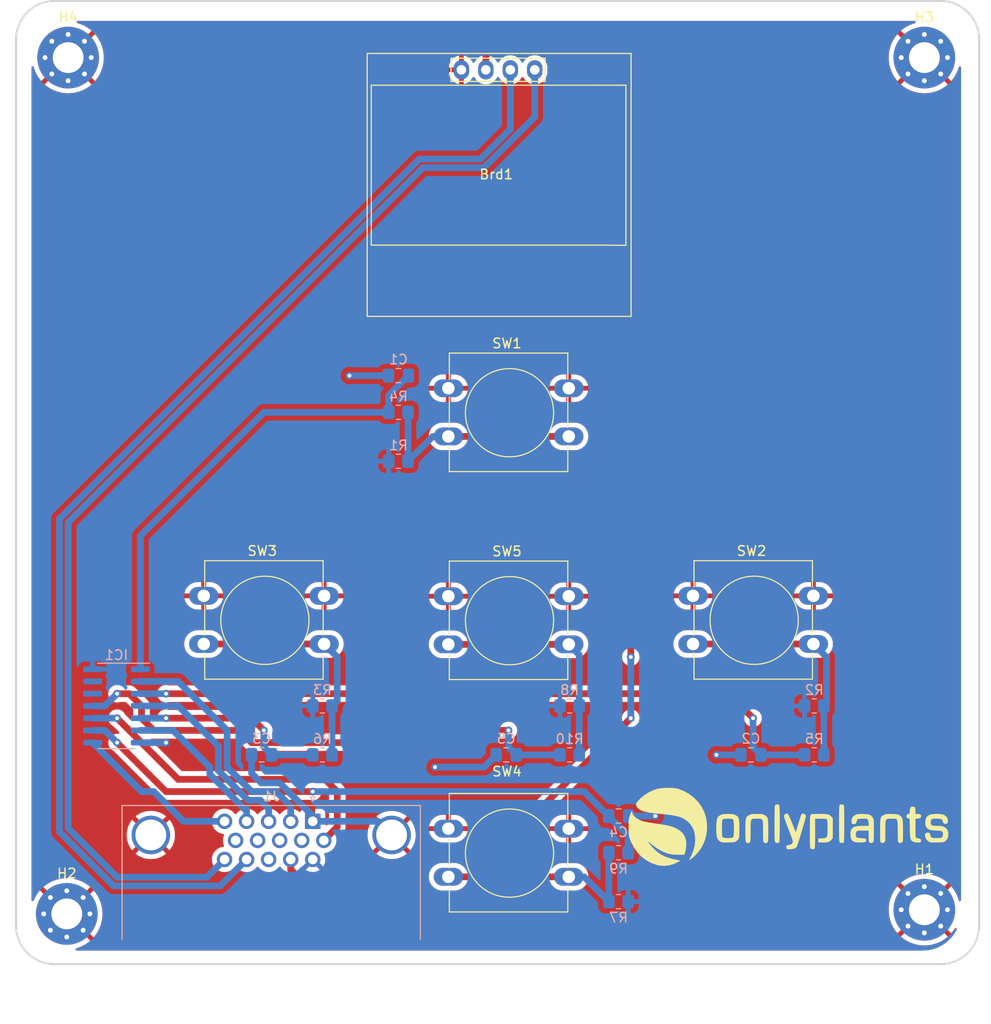
<source format=kicad_pcb>
(kicad_pcb (version 20221018) (generator pcbnew)
  (layers (0 "F.Cu" signal) (31 "B.Cu" signal) (34 "B.Paste" user) (35 "F.Paste" user) (36 "B.SilkS" user "B.Silkscreen") (37 "F.SilkS" user "F.Silkscreen") (38 "B.Mask" user) (39 "F.Mask" user) (44 "Edge.Cuts" user))
  (net 0 "")
  (net 1 "/SDA")
  (net 2 "/SCL")
  (net 3 "GNDREF")
  (net 4 "+5V")
  (net 5 "/IN_SW4")
  (net 6 "/OUT_SW1")
  (net 7 "/OUT_SW2")
  (net 8 "/OUT_SW3")
  (net 9 "/OUT_SW5")
  (net 10 "Net-(R1-Pad1)")
  (net 11 "Net-(R2-Pad1)")
  (net 12 "Net-(R3-Pad1)")
  (net 13 "Net-(R7-Pad1)")
  (net 14 "Net-(R10-Pad1)")
  (net 15 "/OUT_SW4")
  (net 16 "+3.3V")
  (net 19 "/IN_SW1")
  (net 20 "/IN_SW2")
  (net 21 "/IN_SW3")
  (net 22 "/IN_SW5")
  (footprint "MountingHole:MountingHole_3.2mm_M3_Pad_Via" (layer "F.Cu") (at 105.27 144.78)
    (fp_text reference "H2" (at 0 -4.2) (layer "F.SilkS"))
    (fp_text value "MountingHole_Pad")
    (pad "1" thru_hole circle (at -2.4 0) (size 0.8 0.8) (drill 0.5) (layers "*.Cu" "*.Mask") (net 3 "GNDREF"))
    (pad "1" thru_hole circle (at -1.697056 -1.697056) (size 0.8 0.8) (drill 0.5) (layers "*.Cu" "*.Mask") (net 3 "GNDREF"))
    (pad "1" thru_hole circle (at -1.697056 1.697056) (size 0.8 0.8) (drill 0.5) (layers "*.Cu" "*.Mask") (net 3 "GNDREF"))
    (pad "1" thru_hole circle (at 0 -2.4) (size 0.8 0.8) (drill 0.5) (layers "*.Cu" "*.Mask") (net 3 "GNDREF"))
    (pad "1" thru_hole circle (at 0 0) (size 6.4 6.4) (drill 3.2) (layers "*.Cu" "*.Mask") (net 3 "GNDREF"))
    (pad "1" thru_hole circle (at 0 2.4) (size 0.8 0.8) (drill 0.5) (layers "*.Cu" "*.Mask") (net 3 "GNDREF"))
    (pad "1" thru_hole circle (at 1.697056 -1.697056) (size 0.8 0.8) (drill 0.5) (layers "*.Cu" "*.Mask") (net 3 "GNDREF"))
    (pad "1" thru_hole circle (at 1.697056 1.697056) (size 0.8 0.8) (drill 0.5) (layers "*.Cu" "*.Mask") (net 3 "GNDREF"))
    (pad "1" thru_hole circle (at 2.4 0) (size 0.8 0.8) (drill 0.5) (layers "*.Cu" "*.Mask") (net 3 "GNDREF"))
  )
  (footprint "MountingHole:MountingHole_3.2mm_M3_Pad_Via" (layer "F.Cu") (at 105.41 55.88)
    (fp_text reference "H4" (at 0 -4.2) (layer "F.SilkS"))
    (fp_text value "MountingHole_Pad")
    (pad "1" thru_hole circle (at -2.4 0) (size 0.8 0.8) (drill 0.5) (layers "*.Cu" "*.Mask") (net 3 "GNDREF"))
    (pad "1" thru_hole circle (at -1.697056 -1.697056) (size 0.8 0.8) (drill 0.5) (layers "*.Cu" "*.Mask") (net 3 "GNDREF"))
    (pad "1" thru_hole circle (at -1.697056 1.697056) (size 0.8 0.8) (drill 0.5) (layers "*.Cu" "*.Mask") (net 3 "GNDREF"))
    (pad "1" thru_hole circle (at 0 -2.4) (size 0.8 0.8) (drill 0.5) (layers "*.Cu" "*.Mask") (net 3 "GNDREF"))
    (pad "1" thru_hole circle (at 0 0) (size 6.4 6.4) (drill 3.2) (layers "*.Cu" "*.Mask") (net 3 "GNDREF"))
    (pad "1" thru_hole circle (at 0 2.4) (size 0.8 0.8) (drill 0.5) (layers "*.Cu" "*.Mask") (net 3 "GNDREF"))
    (pad "1" thru_hole circle (at 1.697056 -1.697056) (size 0.8 0.8) (drill 0.5) (layers "*.Cu" "*.Mask") (net 3 "GNDREF"))
    (pad "1" thru_hole circle (at 1.697056 1.697056) (size 0.8 0.8) (drill 0.5) (layers "*.Cu" "*.Mask") (net 3 "GNDREF"))
    (pad "1" thru_hole circle (at 2.4 0) (size 0.8 0.8) (drill 0.5) (layers "*.Cu" "*.Mask") (net 3 "GNDREF"))
  )
  (footprint "greenhouse_project_screen:logo" (layer "F.Cu") (at 180.34 135.89)
    (fp_text reference "G***")
    (fp_text value "LOGO" hide)
  )
  (footprint "Button_Switch_THT:SW_PUSH-12mm" (layer "F.Cu") (at 144.89 111.8)
    (fp_text reference "SW5" (at 6.08 -4.66) (layer "F.SilkS"))
    (fp_text value "SW_Push")
    (pad "1" thru_hole oval (at 0 0) (size 3.048 1.85) (drill 1.3) (layers "*.Cu" "*.Mask") (net 3 "GNDREF"))
    (pad "1" thru_hole oval (at 12.5 0) (size 3.048 1.85) (drill 1.3) (layers "*.Cu" "*.Mask") (net 3 "GNDREF"))
    (pad "2" thru_hole oval (at 0 5) (size 3.048 1.85) (drill 1.3) (layers "*.Cu" "*.Mask") (net 14 "Net-(R10-Pad1)"))
    (pad "2" thru_hole oval (at 12.5 5) (size 3.048 1.85) (drill 1.3) (layers "*.Cu" "*.Mask") (net 14 "Net-(R10-Pad1)"))
  )
  (footprint "Button_Switch_THT:SW_PUSH-12mm" (layer "F.Cu") (at 170.29 111.76)
    (fp_text reference "SW2" (at 6.08 -4.66) (layer "F.SilkS"))
    (fp_text value "SW_Push")
    (pad "1" thru_hole oval (at 0 0) (size 3.048 1.85) (drill 1.3) (layers "*.Cu" "*.Mask") (net 3 "GNDREF"))
    (pad "1" thru_hole oval (at 12.5 0) (size 3.048 1.85) (drill 1.3) (layers "*.Cu" "*.Mask") (net 3 "GNDREF"))
    (pad "2" thru_hole oval (at 0 5) (size 3.048 1.85) (drill 1.3) (layers "*.Cu" "*.Mask") (net 11 "Net-(R2-Pad1)"))
    (pad "2" thru_hole oval (at 12.5 5) (size 3.048 1.85) (drill 1.3) (layers "*.Cu" "*.Mask") (net 11 "Net-(R2-Pad1)"))
  )
  (footprint "ssd1306:128x64OLED" (layer "F.Cu") (at 149.86 67.75)
    (fp_text reference "Brd1" (at 0 0.254) (layer "F.SilkS"))
    (fp_text value "SSD1306")
    (pad "1" thru_hole oval (at -3.62 -10.6 90) (size 2 1.6) (drill 1) (layers "*.Cu" "*.Mask") (net 3 "GNDREF"))
    (pad "2" thru_hole oval (at -1.08 -10.6 90) (size 2 1.6) (drill 1) (layers "*.Cu" "*.Mask") (net 4 "+5V"))
    (pad "3" thru_hole oval (at 1.46 -10.6 90) (size 2 1.6) (drill 1) (layers "*.Cu" "*.Mask") (net 2 "/SCL"))
    (pad "4" thru_hole oval (at 4 -10.6 90) (size 2 1.6) (drill 1) (layers "*.Cu" "*.Mask") (net 1 "/SDA"))
  )
  (footprint "Button_Switch_THT:SW_PUSH-12mm" (layer "F.Cu") (at 119.49 111.76)
    (fp_text reference "SW3" (at 6.08 -4.66) (layer "F.SilkS"))
    (fp_text value "SW_Push")
    (pad "1" thru_hole oval (at 0 0) (size 3.048 1.85) (drill 1.3) (layers "*.Cu" "*.Mask") (net 3 "GNDREF"))
    (pad "1" thru_hole oval (at 12.5 0) (size 3.048 1.85) (drill 1.3) (layers "*.Cu" "*.Mask") (net 3 "GNDREF"))
    (pad "2" thru_hole oval (at 0 5) (size 3.048 1.85) (drill 1.3) (layers "*.Cu" "*.Mask") (net 12 "Net-(R3-Pad1)"))
    (pad "2" thru_hole oval (at 12.5 5) (size 3.048 1.85) (drill 1.3) (layers "*.Cu" "*.Mask") (net 12 "Net-(R3-Pad1)"))
  )
  (footprint "Button_Switch_THT:SW_PUSH-12mm" (layer "F.Cu") (at 144.89 135.93)
    (fp_text reference "SW4" (at 6.08 -5.93) (layer "F.SilkS"))
    (fp_text value "SW_Push")
    (pad "1" thru_hole oval (at 0 0) (size 3.048 1.85) (drill 1.3) (layers "*.Cu" "*.Mask") (net 3 "GNDREF"))
    (pad "1" thru_hole oval (at 12.5 0) (size 3.048 1.85) (drill 1.3) (layers "*.Cu" "*.Mask") (net 3 "GNDREF"))
    (pad "2" thru_hole oval (at 0 5) (size 3.048 1.85) (drill 1.3) (layers "*.Cu" "*.Mask") (net 13 "Net-(R7-Pad1)"))
    (pad "2" thru_hole oval (at 12.5 5) (size 3.048 1.85) (drill 1.3) (layers "*.Cu" "*.Mask") (net 13 "Net-(R7-Pad1)"))
  )
  (footprint "MountingHole:MountingHole_3.2mm_M3_Pad_Via" (layer "F.Cu") (at 194.31 144.352944)
    (fp_text reference "H1" (at 0 -4.2) (layer "F.SilkS"))
    (fp_text value "MountingHole_Pad")
    (pad "1" thru_hole circle (at -2.4 0) (size 0.8 0.8) (drill 0.5) (layers "*.Cu" "*.Mask") (net 3 "GNDREF"))
    (pad "1" thru_hole circle (at -1.697056 -1.697056) (size 0.8 0.8) (drill 0.5) (layers "*.Cu" "*.Mask") (net 3 "GNDREF"))
    (pad "1" thru_hole circle (at -1.697056 1.697056) (size 0.8 0.8) (drill 0.5) (layers "*.Cu" "*.Mask") (net 3 "GNDREF"))
    (pad "1" thru_hole circle (at 0 -2.4) (size 0.8 0.8) (drill 0.5) (layers "*.Cu" "*.Mask") (net 3 "GNDREF"))
    (pad "1" thru_hole circle (at 0 0) (size 6.4 6.4) (drill 3.2) (layers "*.Cu" "*.Mask") (net 3 "GNDREF"))
    (pad "1" thru_hole circle (at 0 2.4) (size 0.8 0.8) (drill 0.5) (layers "*.Cu" "*.Mask") (net 3 "GNDREF"))
    (pad "1" thru_hole circle (at 1.697056 -1.697056) (size 0.8 0.8) (drill 0.5) (layers "*.Cu" "*.Mask") (net 3 "GNDREF"))
    (pad "1" thru_hole circle (at 1.697056 1.697056) (size 0.8 0.8) (drill 0.5) (layers "*.Cu" "*.Mask") (net 3 "GNDREF"))
    (pad "1" thru_hole circle (at 2.4 0) (size 0.8 0.8) (drill 0.5) (layers "*.Cu" "*.Mask") (net 3 "GNDREF"))
  )
  (footprint "MountingHole:MountingHole_3.2mm_M3_Pad_Via" (layer "F.Cu") (at 194.31 55.88)
    (fp_text reference "H3" (at 0 -4.2) (layer "F.SilkS"))
    (fp_text value "MountingHole_Pad")
    (pad "1" thru_hole circle (at -2.4 0) (size 0.8 0.8) (drill 0.5) (layers "*.Cu" "*.Mask") (net 3 "GNDREF"))
    (pad "1" thru_hole circle (at -1.697056 -1.697056) (size 0.8 0.8) (drill 0.5) (layers "*.Cu" "*.Mask") (net 3 "GNDREF"))
    (pad "1" thru_hole circle (at -1.697056 1.697056) (size 0.8 0.8) (drill 0.5) (layers "*.Cu" "*.Mask") (net 3 "GNDREF"))
    (pad "1" thru_hole circle (at 0 -2.4) (size 0.8 0.8) (drill 0.5) (layers "*.Cu" "*.Mask") (net 3 "GNDREF"))
    (pad "1" thru_hole circle (at 0 0) (size 6.4 6.4) (drill 3.2) (layers "*.Cu" "*.Mask") (net 3 "GNDREF"))
    (pad "1" thru_hole circle (at 0 2.4) (size 0.8 0.8) (drill 0.5) (layers "*.Cu" "*.Mask") (net 3 "GNDREF"))
    (pad "1" thru_hole circle (at 1.697056 -1.697056) (size 0.8 0.8) (drill 0.5) (layers "*.Cu" "*.Mask") (net 3 "GNDREF"))
    (pad "1" thru_hole circle (at 1.697056 1.697056) (size 0.8 0.8) (drill 0.5) (layers "*.Cu" "*.Mask") (net 3 "GNDREF"))
    (pad "1" thru_hole circle (at 2.4 0) (size 0.8 0.8) (drill 0.5) (layers "*.Cu" "*.Mask") (net 3 "GNDREF"))
  )
  (footprint "Button_Switch_THT:SW_PUSH-12mm" (layer "F.Cu") (at 144.89 90.21)
    (fp_text reference "SW1" (at 6.08 -4.66) (layer "F.SilkS"))
    (fp_text value "SW_Push")
    (pad "1" thru_hole oval (at 0 0) (size 3.048 1.85) (drill 1.3) (layers "*.Cu" "*.Mask") (net 3 "GNDREF"))
    (pad "1" thru_hole oval (at 12.5 0) (size 3.048 1.85) (drill 1.3) (layers "*.Cu" "*.Mask") (net 3 "GNDREF"))
    (pad "2" thru_hole oval (at 0 5) (size 3.048 1.85) (drill 1.3) (layers "*.Cu" "*.Mask") (net 10 "Net-(R1-Pad1)"))
    (pad "2" thru_hole oval (at 12.5 5) (size 3.048 1.85) (drill 1.3) (layers "*.Cu" "*.Mask") (net 10 "Net-(R1-Pad1)"))
  )
  (footprint "Resistor_SMD:R_0805_2012Metric_Pad1.20x1.40mm_HandSolder" (layer "B.Cu") (at 182.88 128.27 180)
    (fp_text reference "R5" (at 0 1.65) (layer "B.SilkS") (effects (justify mirror)))
    (fp_text value "R")
    (pad "1" smd roundrect (at -1 0 180) (size 1.2 1.4) (layers "B.Cu" "B.Paste" "B.Mask") (roundrect_rratio 0.208333) (net 11 "Net-(R2-Pad1)"))
    (pad "2" smd roundrect (at 1 0 180) (size 1.2 1.4) (layers "B.Cu" "B.Paste" "B.Mask") (roundrect_rratio 0.208333) (net 20 "/IN_SW2"))
  )
  (footprint "Resistor_SMD:R_0805_2012Metric_Pad1.20x1.40mm_HandSolder" (layer "B.Cu") (at 157.48 128.27 180)
    (fp_text reference "R10" (at 0 1.65) (layer "B.SilkS") (effects (justify mirror)))
    (fp_text value "R")
    (pad "1" smd roundrect (at -1 0 180) (size 1.2 1.4) (layers "B.Cu" "B.Paste" "B.Mask") (roundrect_rratio 0.208333) (net 14 "Net-(R10-Pad1)"))
    (pad "2" smd roundrect (at 1 0 180) (size 1.2 1.4) (layers "B.Cu" "B.Paste" "B.Mask") (roundrect_rratio 0.208333) (net 22 "/IN_SW5"))
  )
  (footprint "Connector_Dsub:DSUB-15-HD_Male_Horizontal_P2.29x1.98mm_EdgePinOffset8.35mm_Housed_MountingHolesOffset10.89mm" (layer "B.Cu") (at 130.81 135.169669 180)
    (fp_text reference "J1" (at 4.315 2.58) (layer "B.SilkS") (effects (justify mirror)))
    (fp_text value "DE15_Receptacle_HighDensity_MountingHoles")
    (pad "0" thru_hole circle (at -8.185 -1.42 180) (size 4 4) (drill 3.2) (layers "*.Cu" "*.Mask") (net 3 "GNDREF"))
    (pad "0" thru_hole circle (at 16.815 -1.42 180) (size 4 4) (drill 3.2) (layers "*.Cu" "*.Mask") (net 3 "GNDREF"))
    (pad "1" thru_hole rect (at 0 0 180) (size 1.6 1.6) (drill 1) (layers "*.Cu" "*.Mask") (net 3 "GNDREF"))
    (pad "2" thru_hole circle (at 2.29 0 180) (size 1.6 1.6) (drill 1) (layers "*.Cu" "*.Mask") (net 6 "/OUT_SW1"))
    (pad "3" thru_hole circle (at 4.58 0 180) (size 1.6 1.6) (drill 1) (layers "*.Cu" "*.Mask") (net 7 "/OUT_SW2"))
    (pad "4" thru_hole circle (at 6.87 0 180) (size 1.6 1.6) (drill 1) (layers "*.Cu" "*.Mask") (net 8 "/OUT_SW3"))
    (pad "5" thru_hole circle (at 9.16 0 180) (size 1.6 1.6) (drill 1) (layers "*.Cu" "*.Mask") (net 15 "/OUT_SW4"))
    (pad "6" thru_hole circle (at -1.145 -1.98 180) (size 1.6 1.6) (drill 1) (layers "*.Cu" "*.Mask") (net 9 "/OUT_SW5"))
    (pad "7" thru_hole circle (at 1.145 -1.98 180) (size 1.6 1.6) (drill 1) (layers "*.Cu" "*.Mask"))
    (pad "8" thru_hole circle (at 3.435 -1.98 180) (size 1.6 1.6) (drill 1) (layers "*.Cu" "*.Mask"))
    (pad "9" thru_hole circle (at 5.725 -1.98 180) (size 1.6 1.6) (drill 1) (layers "*.Cu" "*.Mask"))
    (pad "10" thru_hole circle (at 8.015 -1.98 180) (size 1.6 1.6) (drill 1) (layers "*.Cu" "*.Mask"))
    (pad "11" thru_hole circle (at 0 -3.96 180) (size 1.6 1.6) (drill 1) (layers "*.Cu" "*.Mask") (net 16 "+3.3V"))
    (pad "12" thru_hole circle (at 2.29 -3.96 180) (size 1.6 1.6) (drill 1) (layers "*.Cu" "*.Mask") (net 4 "+5V"))
    (pad "13" thru_hole circle (at 4.58 -3.96 180) (size 1.6 1.6) (drill 1) (layers "*.Cu" "*.Mask"))
    (pad "14" thru_hole circle (at 6.87 -3.96 180) (size 1.6 1.6) (drill 1) (layers "*.Cu" "*.Mask") (net 2 "/SCL"))
    (pad "15" thru_hole circle (at 9.16 -3.96 180) (size 1.6 1.6) (drill 1) (layers "*.Cu" "*.Mask") (net 1 "/SDA"))
  )
  (footprint "Resistor_SMD:R_0805_2012Metric_Pad1.20x1.40mm_HandSolder" (layer "B.Cu") (at 139.7 92.71 180)
    (fp_text reference "R4" (at 0 1.65) (layer "B.SilkS") (effects (justify mirror)))
    (fp_text value "R")
    (pad "1" smd roundrect (at -1 0 180) (size 1.2 1.4) (layers "B.Cu" "B.Paste" "B.Mask") (roundrect_rratio 0.208333) (net 10 "Net-(R1-Pad1)"))
    (pad "2" smd roundrect (at 1 0 180) (size 1.2 1.4) (layers "B.Cu" "B.Paste" "B.Mask") (roundrect_rratio 0.208333) (net 19 "/IN_SW1"))
  )
  (footprint "Package_SO:SOIC-14_3.9x8.7mm_P1.27mm" (layer "B.Cu") (at 110.425 123.19 180)
    (fp_text reference "IC1" (at 0 5.28) (layer "B.SilkS") (effects (justify mirror)))
    (fp_text value "CD74HC14M96")
    (pad "1" smd roundrect (at -2.475 3.81 180) (size 1.95 0.6) (layers "B.Cu" "B.Paste" "B.Mask") (net 19 "/IN_SW1"))
    (pad "2" smd roundrect (at -2.475 2.54 180) (size 1.95 0.6) (layers "B.Cu" "B.Paste" "B.Mask") (net 6 "/OUT_SW1"))
    (pad "3" smd roundrect (at -2.475 1.27 180) (size 1.95 0.6) (layers "B.Cu" "B.Paste" "B.Mask") (net 20 "/IN_SW2"))
    (pad "4" smd roundrect (at -2.475 0 180) (size 1.95 0.6) (layers "B.Cu" "B.Paste" "B.Mask") (net 7 "/OUT_SW2"))
    (pad "5" smd roundrect (at -2.475 -1.27 180) (size 1.95 0.6) (layers "B.Cu" "B.Paste" "B.Mask") (net 21 "/IN_SW3"))
    (pad "6" smd roundrect (at -2.475 -2.54 180) (size 1.95 0.6) (layers "B.Cu" "B.Paste" "B.Mask") (net 8 "/OUT_SW3"))
    (pad "7" smd roundrect (at -2.475 -3.81 180) (size 1.95 0.6) (layers "B.Cu" "B.Paste" "B.Mask") (net 3 "GNDREF"))
    (pad "8" smd roundrect (at 2.475 -3.81 180) (size 1.95 0.6) (layers "B.Cu" "B.Paste" "B.Mask") (net 15 "/OUT_SW4"))
    (pad "9" smd roundrect (at 2.475 -2.54 180) (size 1.95 0.6) (layers "B.Cu" "B.Paste" "B.Mask") (net 5 "/IN_SW4"))
    (pad "10" smd roundrect (at 2.475 -1.27 180) (size 1.95 0.6) (layers "B.Cu" "B.Paste" "B.Mask") (net 9 "/OUT_SW5"))
    (pad "11" smd roundrect (at 2.475 0 180) (size 1.95 0.6) (layers "B.Cu" "B.Paste" "B.Mask") (net 22 "/IN_SW5"))
    (pad "12" smd roundrect (at 2.475 1.27 180) (size 1.95 0.6) (layers "B.Cu" "B.Paste" "B.Mask"))
    (pad "13" smd roundrect (at 2.475 2.54 180) (size 1.95 0.6) (layers "B.Cu" "B.Paste" "B.Mask"))
    (pad "14" smd roundrect (at 2.475 3.81 180) (size 1.95 0.6) (layers "B.Cu" "B.Paste" "B.Mask") (net 16 "+3.3V"))
  )
  (footprint "Resistor_SMD:R_0805_2012Metric_Pad1.20x1.40mm_HandSolder" (layer "B.Cu") (at 162.56 138.43)
    (fp_text reference "R9" (at 0 1.65) (layer "B.SilkS") (effects (justify mirror)))
    (fp_text value "R")
    (pad "1" smd roundrect (at -1 0) (size 1.2 1.4) (layers "B.Cu" "B.Paste" "B.Mask") (roundrect_rratio 0.208333) (net 13 "Net-(R7-Pad1)"))
    (pad "2" smd roundrect (at 1 0) (size 1.2 1.4) (layers "B.Cu" "B.Paste" "B.Mask") (roundrect_rratio 0.208333) (net 5 "/IN_SW4"))
  )
  (footprint "Capacitor_SMD:C_0805_2012Metric_Pad1.18x1.45mm_HandSolder" (layer "B.Cu") (at 150.8975 128.27 180)
    (fp_text reference "C5" (at 0 1.68) (layer "B.SilkS") (effects (justify mirror)))
    (fp_text value "C")
    (pad "1" smd roundrect (at -1.0375 0 180) (size 1.175 1.45) (layers "B.Cu" "B.Paste" "B.Mask") (roundrect_rratio 0.212766) (net 22 "/IN_SW5"))
    (pad "2" smd roundrect (at 1.0375 0 180) (size 1.175 1.45) (layers "B.Cu" "B.Paste" "B.Mask") (roundrect_rratio 0.212766) (net 3 "GNDREF"))
  )
  (footprint "Resistor_SMD:R_0805_2012Metric_Pad1.20x1.40mm_HandSolder" (layer "B.Cu") (at 162.56 143.51)
    (fp_text reference "R7" (at 0 1.65) (layer "B.SilkS") (effects (justify mirror)))
    (fp_text value "R")
    (pad "1" smd roundrect (at -1 0) (size 1.2 1.4) (layers "B.Cu" "B.Paste" "B.Mask") (roundrect_rratio 0.208333) (net 13 "Net-(R7-Pad1)"))
    (pad "2" smd roundrect (at 1 0) (size 1.2 1.4) (layers "B.Cu" "B.Paste" "B.Mask") (roundrect_rratio 0.208333) (net 16 "+3.3V"))
  )
  (footprint "Capacitor_SMD:C_0805_2012Metric_Pad1.18x1.45mm_HandSolder" (layer "B.Cu") (at 125.4975 128.27 180)
    (fp_text reference "C3" (at 0 1.68) (layer "B.SilkS") (effects (justify mirror)))
    (fp_text value "C")
    (pad "1" smd roundrect (at -1.0375 0 180) (size 1.175 1.45) (layers "B.Cu" "B.Paste" "B.Mask") (roundrect_rratio 0.212766) (net 21 "/IN_SW3"))
    (pad "2" smd roundrect (at 1.0375 0 180) (size 1.175 1.45) (layers "B.Cu" "B.Paste" "B.Mask") (roundrect_rratio 0.212766) (net 3 "GNDREF"))
  )
  (footprint "Resistor_SMD:R_0805_2012Metric_Pad1.20x1.40mm_HandSolder" (layer "B.Cu") (at 157.48 123.19 180)
    (fp_text reference "R8" (at 0 1.65) (layer "B.SilkS") (effects (justify mirror)))
    (fp_text value "R")
    (pad "1" smd roundrect (at -1 0 180) (size 1.2 1.4) (layers "B.Cu" "B.Paste" "B.Mask") (roundrect_rratio 0.208333) (net 14 "Net-(R10-Pad1)"))
    (pad "2" smd roundrect (at 1 0 180) (size 1.2 1.4) (layers "B.Cu" "B.Paste" "B.Mask") (roundrect_rratio 0.208333) (net 16 "+3.3V"))
  )
  (footprint "Resistor_SMD:R_0805_2012Metric_Pad1.20x1.40mm_HandSolder" (layer "B.Cu") (at 139.7 97.79 180)
    (fp_text reference "R1" (at 0 1.65) (layer "B.SilkS") (effects (justify mirror)))
    (fp_text value "R")
    (pad "1" smd roundrect (at -1 0 180) (size 1.2 1.4) (layers "B.Cu" "B.Paste" "B.Mask") (roundrect_rratio 0.208333) (net 10 "Net-(R1-Pad1)"))
    (pad "2" smd roundrect (at 1 0 180) (size 1.2 1.4) (layers "B.Cu" "B.Paste" "B.Mask") (roundrect_rratio 0.208333) (net 16 "+3.3V"))
  )
  (footprint "Capacitor_SMD:C_0805_2012Metric_Pad1.18x1.45mm_HandSolder" (layer "B.Cu") (at 139.7 88.9 180)
    (fp_text reference "C1" (at 0 1.68) (layer "B.SilkS") (effects (justify mirror)))
    (fp_text value "C")
    (pad "1" smd roundrect (at -1.0375 0 180) (size 1.175 1.45) (layers "B.Cu" "B.Paste" "B.Mask") (roundrect_rratio 0.212766) (net 19 "/IN_SW1"))
    (pad "2" smd roundrect (at 1.0375 0 180) (size 1.175 1.45) (layers "B.Cu" "B.Paste" "B.Mask") (roundrect_rratio 0.212766) (net 3 "GNDREF"))
  )
  (footprint "Resistor_SMD:R_0805_2012Metric_Pad1.20x1.40mm_HandSolder" (layer "B.Cu") (at 131.81 128.27 180)
    (fp_text reference "R6" (at 0 1.65) (layer "B.SilkS") (effects (justify mirror)))
    (fp_text value "R")
    (pad "1" smd roundrect (at -1 0 180) (size 1.2 1.4) (layers "B.Cu" "B.Paste" "B.Mask") (roundrect_rratio 0.208333) (net 12 "Net-(R3-Pad1)"))
    (pad "2" smd roundrect (at 1 0 180) (size 1.2 1.4) (layers "B.Cu" "B.Paste" "B.Mask") (roundrect_rratio 0.208333) (net 21 "/IN_SW3"))
  )
  (footprint "Capacitor_SMD:C_0805_2012Metric_Pad1.18x1.45mm_HandSolder" (layer "B.Cu") (at 176.2975 128.27 180)
    (fp_text reference "C2" (at 0 1.68) (layer "B.SilkS") (effects (justify mirror)))
    (fp_text value "C")
    (pad "1" smd roundrect (at -1.0375 0 180) (size 1.175 1.45) (layers "B.Cu" "B.Paste" "B.Mask") (roundrect_rratio 0.212766) (net 20 "/IN_SW2"))
    (pad "2" smd roundrect (at 1.0375 0 180) (size 1.175 1.45) (layers "B.Cu" "B.Paste" "B.Mask") (roundrect_rratio 0.212766) (net 3 "GNDREF"))
  )
  (footprint "Capacitor_SMD:C_0805_2012Metric_Pad1.18x1.45mm_HandSolder" (layer "B.Cu") (at 162.56 134.62)
    (fp_text reference "C4" (at 0 1.68) (layer "B.SilkS") (effects (justify mirror)))
    (fp_text value "C")
    (pad "1" smd roundrect (at -1.0375 0) (size 1.175 1.45) (layers "B.Cu" "B.Paste" "B.Mask") (roundrect_rratio 0.212766) (net 5 "/IN_SW4"))
    (pad "2" smd roundrect (at 1.0375 0) (size 1.175 1.45) (layers "B.Cu" "B.Paste" "B.Mask") (roundrect_rratio 0.212766) (net 3 "GNDREF"))
  )
  (footprint "Resistor_SMD:R_0805_2012Metric_Pad1.20x1.40mm_HandSolder" (layer "B.Cu") (at 182.88 123.19 180)
    (fp_text reference "R2" (at 0 1.65) (layer "B.SilkS") (effects (justify mirror)))
    (fp_text value "R")
    (pad "1" smd roundrect (at -1 0 180) (size 1.2 1.4) (layers "B.Cu" "B.Paste" "B.Mask") (roundrect_rratio 0.208333) (net 11 "Net-(R2-Pad1)"))
    (pad "2" smd roundrect (at 1 0 180) (size 1.2 1.4) (layers "B.Cu" "B.Paste" "B.Mask") (roundrect_rratio 0.208333) (net 16 "+3.3V"))
  )
  (footprint "Resistor_SMD:R_0805_2012Metric_Pad1.20x1.40mm_HandSolder" (layer "B.Cu") (at 131.81 123.19 180)
    (fp_text reference "R3" (at 0 1.65) (layer "B.SilkS") (effects (justify mirror)))
    (fp_text value "R")
    (pad "1" smd roundrect (at -1 0 180) (size 1.2 1.4) (layers "B.Cu" "B.Paste" "B.Mask") (roundrect_rratio 0.208333) (net 12 "Net-(R3-Pad1)"))
    (pad "2" smd roundrect (at 1 0 180) (size 1.2 1.4) (layers "B.Cu" "B.Paste" "B.Mask") (roundrect_rratio 0.208333) (net 16 "+3.3V"))
  )
  (gr_arc (start 196 50) (mid 198.828427 51.171573) (end 200 54) (stroke (width 0.2)) (layer "Edge.Cuts"))
  (gr_arc (start 104 150) (mid 101.171573 148.828427) (end 100 146) (stroke (width 0.2)) (layer "Edge.Cuts"))
  (gr_line (start 104 50) (end 196 50) (stroke (width 0.2)) (layer "Edge.Cuts"))
  (gr_arc (start 200 146) (mid 198.828427 148.828427) (end 196 150) (stroke (width 0.2)) (layer "Edge.Cuts"))
  (gr_arc (start 100 54) (mid 101.171573 51.171573) (end 104 50) (stroke (width 0.2)) (layer "Edge.Cuts"))
  (gr_line (start 100 146) (end 100 54) (stroke (width 0.2)) (layer "Edge.Cuts"))
  (gr_line (start 200 54) (end 200 146) (stroke (width 0.2)) (layer "Edge.Cuts"))
  (gr_line (start 196 150) (end 104 150) (stroke (width 0.2)) (layer "Edge.Cuts"))
  (segment (start 110.49 140.97) (end 105.41 135.89) (width 0.7) (layer "B.Cu") (net 1))
  (segment (start 148.59 67.31) (end 153.86 62.04) (width 0.7) (layer "B.Cu") (net 1))
  (segment (start 142.24 67.31) (end 148.59 67.31) (width 0.7) (layer "B.Cu") (net 1))
  (segment (start 105.41 104.14) (end 142.24 67.31) (width 0.7) (layer "B.Cu") (net 1))
  (segment (start 119.809669 140.97) (end 110.49 140.97) (width 0.7) (layer "B.Cu") (net 1))
  (segment (start 153.86 62.04) (end 153.86 57.15) (width 0.7) (layer "B.Cu") (net 1))
  (segment (start 121.65 139.129669) (end 119.809669 140.97) (width 0.7) (layer "B.Cu") (net 1))
  (segment (start 105.41 135.89) (end 105.41 104.14) (width 0.7) (layer "B.Cu") (net 1))
  (segment (start 110.117208 141.87) (end 104.51 136.262792) (width 0.7) (layer "B.Cu") (net 2))
  (segment (start 121.199669 141.87) (end 110.117208 141.87) (width 0.7) (layer "B.Cu") (net 2))
  (segment (start 148.217208 66.41) (end 151.32 63.307208) (width 0.7) (layer "B.Cu") (net 2))
  (segment (start 104.51 103.767208) (end 141.867208 66.41) (width 0.7) (layer "B.Cu") (net 2))
  (segment (start 151.32 63.307208) (end 151.32 57.15) (width 0.7) (layer "B.Cu") (net 2))
  (segment (start 123.94 139.129669) (end 121.199669 141.87) (width 0.7) (layer "B.Cu") (net 2))
  (segment (start 141.867208 66.41) (end 148.217208 66.41) (width 0.7) (layer "B.Cu") (net 2))
  (segment (start 104.51 136.262792) (end 104.51 103.767208) (width 0.7) (layer "B.Cu") (net 2))
  (via (at 166.37 134.62) (size 0.8) (drill 0.4) (layers "F.Cu" "B.Cu") (net 3))
  (via (at 172.72 128.27) (size 0.8) (drill 0.4) (layers "F.Cu" "B.Cu") (net 3))
  (via (at 115.57 127) (size 0.8) (drill 0.4) (layers "F.Cu" "B.Cu") (net 3))
  (via (at 134.62 88.9) (size 0.8) (drill 0.4) (layers "F.Cu" "B.Cu") (net 3))
  (via (at 143.51 129.54) (size 0.8) (drill 0.4) (layers "F.Cu" "B.Cu") (net 3))
  (segment (start 137.575 135.169669) (end 138.995 136.589669) (width 0.7) (layer "B.Cu") (net 3))
  (segment (start 148.59 129.54) (end 149.86 128.27) (width 0.7) (layer "B.Cu") (net 3))
  (segment (start 124.46 130.175) (end 124.46 128.27) (width 0.7) (layer "B.Cu") (net 3))
  (segment (start 125.465 131.18) (end 124.46 130.175) (width 0.7) (layer "B.Cu") (net 3))
  (segment (start 115.57 127) (end 112.9 127) (width 0.7) (layer "B.Cu") (net 3))
  (segment (start 129.42 133.227208) (end 127.372792 131.18) (width 0.7) (layer "B.Cu") (net 3))
  (segment (start 130.81 135.169669) (end 130.81 134.62) (width 0.7) (layer "B.Cu") (net 3))
  (segment (start 127.372792 131.18) (end 125.465 131.18) (width 0.7) (layer "B.Cu") (net 3))
  (segment (start 129.42 133.23) (end 129.42 133.227208) (width 0.7) (layer "B.Cu") (net 3))
  (segment (start 138.6625 88.9) (end 134.62 88.9) (width 0.7) (layer "B.Cu") (net 3))
  (segment (start 172.72 128.27) (end 175.26 128.27) (width 0.7) (layer "B.Cu") (net 3))
  (segment (start 143.51 129.54) (end 148.59 129.54) (width 0.7) (layer "B.Cu") (net 3))
  (segment (start 130.81 134.62) (end 129.42 133.23) (width 0.7) (layer "B.Cu") (net 3))
  (segment (start 166.37 134.62) (end 163.5975 134.62) (width 0.7) (layer "B.Cu") (net 3))
  (segment (start 130.81 135.169669) (end 137.575 135.169669) (width 0.7) (layer "B.Cu") (net 3))
  (segment (start 143.51 138.43) (end 139.7 142.24) (width 0.7) (layer "F.Cu") (net 4))
  (segment (start 148.78 55.69) (end 149.86 54.61) (width 0.7) (layer "F.Cu") (net 4))
  (segment (start 149.86 138.43) (end 143.51 138.43) (width 0.7) (layer "F.Cu") (net 4))
  (segment (start 163.83 124.46) (end 149.86 138.43) (width 0.7) (layer "F.Cu") (net 4))
  (segment (start 156.21 54.61) (end 163.83 62.23) (width 0.7) (layer "F.Cu") (net 4))
  (segment (start 163.83 62.23) (end 163.83 118.11) (width 0.7) (layer "F.Cu") (net 4))
  (segment (start 148.78 57.15) (end 148.78 55.69) (width 0.7) (layer "F.Cu") (net 4))
  (segment (start 149.86 54.61) (end 156.21 54.61) (width 0.7) (layer "F.Cu") (net 4))
  (segment (start 139.7 142.24) (end 130.585165 142.24) (width 0.7) (layer "F.Cu") (net 4))
  (segment (start 130.585165 142.24) (end 128.52 140.174835) (width 0.7) (layer "F.Cu") (net 4))
  (segment (start 128.52 140.174835) (end 128.52 139.129669) (width 0.7) (layer "F.Cu") (net 4))
  (via (at 163.83 124.46) (size 0.8) (drill 0.4) (layers "F.Cu" "B.Cu") (net 4))
  (via (at 163.83 118.11) (size 0.8) (drill 0.4) (layers "F.Cu" "B.Cu") (net 4))
  (segment (start 163.83 118.11) (end 163.83 124.46) (width 0.7) (layer "B.Cu") (net 4))
  (segment (start 115.571396 132.081396) (end 130.81 132.08) (width 0.7) (layer "F.Cu") (net 5))
  (segment (start 110.49 127) (end 115.571396 132.081396) (width 0.7) (layer "F.Cu") (net 5))
  (segment (start 130.81 132.08) (end 130.808604 132.081396) (width 0.7) (layer "F.Cu") (net 5))
  (via (at 130.81 132.08) (size 0.8) (drill 0.4) (layers "F.Cu" "B.Cu") (net 5))
  (via (at 110.49 127) (size 0.8) (drill 0.4) (layers "F.Cu" "B.Cu") (net 5))
  (segment (start 130.81 132.08) (end 158.9825 132.08) (width 0.7) (layer "B.Cu") (net 5))
  (segment (start 163.56 138.43) (end 163.56 136.6575) (width 0.7) (layer "B.Cu") (net 5))
  (segment (start 163.56 136.6575) (end 161.5225 134.62) (width 0.7) (layer "B.Cu") (net 5))
  (segment (start 158.9825 132.08) (end 161.5225 134.62) (width 0.7) (layer "B.Cu") (net 5))
  (segment (start 109.22 125.73) (end 110.49 127) (width 0.7) (layer "B.Cu") (net 5))
  (segment (start 107.95 125.73) (end 109.22 125.73) (width 0.7) (layer "B.Cu") (net 5))
  (segment (start 116.84 120.65) (end 121.92 125.73) (width 0.7) (layer "B.Cu") (net 6))
  (segment (start 121.92 129.54) (end 124.46 132.08) (width 0.7) (layer "B.Cu") (net 6))
  (segment (start 121.92 125.73) (end 121.92 129.54) (width 0.7) (layer "B.Cu") (net 6))
  (segment (start 128.52 133.6) (end 128.52 135.169669) (width 0.7) (layer "B.Cu") (net 6))
  (segment (start 127 132.08) (end 128.52 133.6) (width 0.7) (layer "B.Cu") (net 6))
  (segment (start 112.9 120.65) (end 116.84 120.65) (width 0.7) (layer "B.Cu") (net 6))
  (segment (start 124.46 132.08) (end 127 132.08) (width 0.7) (layer "B.Cu") (net 6))
  (segment (start 112.9 123.19) (end 116.84 123.19) (width 0.7) (layer "B.Cu") (net 7))
  (segment (start 125.36 132.98) (end 126.23 133.85) (width 0.7) (layer "B.Cu") (net 7))
  (segment (start 124.087208 132.98) (end 125.36 132.98) (width 0.7) (layer "B.Cu") (net 7))
  (segment (start 126.23 133.85) (end 126.23 135.169669) (width 0.7) (layer "B.Cu") (net 7))
  (segment (start 121.02 127.37) (end 121.02 129.912792) (width 0.7) (layer "B.Cu") (net 7))
  (segment (start 116.84 123.19) (end 121.02 127.37) (width 0.7) (layer "B.Cu") (net 7))
  (segment (start 121.02 129.912792) (end 124.087208 132.98) (width 0.7) (layer "B.Cu") (net 7))
  (segment (start 123.94 133.88) (end 123.94 135.169669) (width 0.7) (layer "B.Cu") (net 8))
  (segment (start 123.714416 133.88) (end 123.94 133.88) (width 0.7) (layer "B.Cu") (net 8))
  (segment (start 112.9 125.73) (end 116.305165 125.73) (width 0.7) (layer "B.Cu") (net 8))
  (segment (start 120.12 129.544835) (end 120.12 130.285584) (width 0.7) (layer "B.Cu") (net 8))
  (segment (start 116.305165 125.73) (end 120.12 129.544835) (width 0.7) (layer "B.Cu") (net 8))
  (segment (start 120.12 130.285584) (end 123.714416 133.88) (width 0.7) (layer "B.Cu") (net 8))
  (segment (start 133.35 132.08) (end 133.35 135.754669) (width 0.7) (layer "F.Cu") (net 9))
  (segment (start 132.08 130.81) (end 133.35 132.08) (width 0.7) (layer "F.Cu") (net 9))
  (segment (start 110.49 124.46) (end 116.84 130.81) (width 0.7) (layer "F.Cu") (net 9))
  (segment (start 116.84 130.81) (end 132.08 130.81) (width 0.7) (layer "F.Cu") (net 9))
  (segment (start 133.35 135.754669) (end 131.955 137.149669) (width 0.7) (layer "F.Cu") (net 9))
  (via (at 110.49 124.46) (size 0.8) (drill 0.4) (layers "F.Cu" "B.Cu") (net 9))
  (segment (start 107.95 124.46) (end 110.49 124.46) (width 0.7) (layer "B.Cu") (net 9))
  (segment (start 144.89 95.21) (end 157.39 95.21) (width 0.7) (layer "F.Cu") (net 10))
  (segment (start 144.89 95.21) (end 143.28 95.21) (width 0.7) (layer "B.Cu") (net 10))
  (segment (start 143.28 95.21) (end 140.7 97.79) (width 0.7) (layer "B.Cu") (net 10))
  (segment (start 140.7 92.71) (end 140.7 97.79) (width 0.7) (layer "B.Cu") (net 10))
  (segment (start 170.29 116.76) (end 182.79 116.76) (width 0.7) (layer "F.Cu") (net 11))
  (segment (start 184.15 118.11) (end 184.15 122.92) (width 0.7) (layer "B.Cu") (net 11))
  (segment (start 182.79 116.76) (end 182.8 116.76) (width 0.7) (layer "B.Cu") (net 11))
  (segment (start 184.15 122.92) (end 183.88 123.19) (width 0.7) (layer "B.Cu") (net 11))
  (segment (start 182.8 116.76) (end 184.15 118.11) (width 0.7) (layer "B.Cu") (net 11))
  (segment (start 183.88 128.27) (end 183.88 123.19) (width 0.7) (layer "B.Cu") (net 11))
  (segment (start 119.49 116.76) (end 131.99 116.76) (width 0.7) (layer "F.Cu") (net 12))
  (segment (start 132.81 123.19) (end 132.81 128.27) (width 0.7) (layer "B.Cu") (net 12))
  (segment (start 131.99 116.76) (end 132 116.76) (width 0.7) (layer "B.Cu") (net 12))
  (segment (start 133.35 118.11) (end 133.35 122.65) (width 0.7) (layer "B.Cu") (net 12))
  (segment (start 133.35 122.65) (end 132.81 123.19) (width 0.7) (layer "B.Cu") (net 12))
  (segment (start 132 116.76) (end 133.35 118.11) (width 0.7) (layer "B.Cu") (net 12))
  (segment (start 144.89 140.93) (end 157.39 140.93) (width 0.7) (layer "F.Cu") (net 13))
  (segment (start 158.98 140.93) (end 161.56 143.51) (width 0.7) (layer "B.Cu") (net 13))
  (segment (start 157.39 140.93) (end 158.98 140.93) (width 0.7) (layer "B.Cu") (net 13))
  (segment (start 161.56 143.51) (end 161.56 138.43) (width 0.7) (layer "B.Cu") (net 13))
  (segment (start 144.89 116.8) (end 157.39 116.8) (width 0.7) (layer "F.Cu") (net 14))
  (segment (start 158.48 128.27) (end 158.48 123.19) (width 0.7) (layer "B.Cu") (net 14))
  (segment (start 158.48 123.19) (end 158.48 117.89) (width 0.7) (layer "B.Cu") (net 14))
  (segment (start 158.48 117.89) (end 157.39 116.8) (width 0.7) (layer "B.Cu") (net 14))
  (segment (start 114.3 132.08) (end 117.389669 135.169669) (width 0.7) (layer "B.Cu") (net 15))
  (segment (start 107.95 127) (end 113.03 132.08) (width 0.7) (layer "B.Cu") (net 15))
  (segment (start 113.03 132.08) (end 114.3 132.08) (width 0.7) (layer "B.Cu") (net 15))
  (segment (start 117.389669 135.169669) (end 121.65 135.169669) (width 0.7) (layer "B.Cu") (net 15))
  (segment (start 125.73 92.71) (end 138.7 92.71) (width 0.7) (layer "B.Cu") (net 19))
  (segment (start 112.9 105.54) (end 125.73 92.71) (width 0.7) (layer "B.Cu") (net 19))
  (segment (start 138.7 90.9375) (end 140.7375 88.9) (width 0.7) (layer "B.Cu") (net 19))
  (segment (start 138.7 92.71) (end 138.7 90.9375) (width 0.7) (layer "B.Cu") (net 19))
  (segment (start 112.9 119.38) (end 112.9 105.54) (width 0.7) (layer "B.Cu") (net 19))
  (segment (start 173.99 121.92) (end 176.53 124.46) (width 0.7) (layer "F.Cu") (net 20))
  (segment (start 115.57 121.92) (end 173.99 121.92) (width 0.7) (layer "F.Cu") (net 20))
  (via (at 176.53 124.46) (size 0.8) (drill 0.4) (layers "F.Cu" "B.Cu") (net 20))
  (via (at 115.57 121.92) (size 0.8) (drill 0.4) (layers "F.Cu" "B.Cu") (net 20))
  (segment (start 176.53 124.46) (end 176.53 127.465) (width 0.7) (layer "B.Cu") (net 20))
  (segment (start 112.9 121.92) (end 115.57 121.92) (width 0.7) (layer "B.Cu") (net 20))
  (segment (start 177.335 128.27) (end 181.88 128.27) (width 0.7) (layer "B.Cu") (net 20))
  (segment (start 176.53 127.465) (end 177.335 128.27) (width 0.7) (layer "B.Cu") (net 20))
  (segment (start 115.57 124.46) (end 124.46 124.46) (width 0.7) (layer "F.Cu") (net 21))
  (segment (start 124.46 124.46) (end 125.73 125.73) (width 0.7) (layer "F.Cu") (net 21))
  (via (at 115.57 124.46) (size 0.8) (drill 0.4) (layers "F.Cu" "B.Cu") (net 21))
  (via (at 125.73 125.73) (size 0.8) (drill 0.4) (layers "F.Cu" "B.Cu") (net 21))
  (segment (start 125.73 125.73) (end 125.73 127.465) (width 0.7) (layer "B.Cu") (net 21))
  (segment (start 125.73 127.465) (end 126.535 128.27) (width 0.7) (layer "B.Cu") (net 21))
  (segment (start 112.9 124.46) (end 115.57 124.46) (width 0.7) (layer "B.Cu") (net 21))
  (segment (start 130.81 128.27) (end 126.535 128.27) (width 0.7) (layer "B.Cu") (net 21))
  (segment (start 123.19 125.73) (end 124.46 127) (width 0.7) (layer "F.Cu") (net 22))
  (segment (start 148.59 125.73) (end 151.13 125.73) (width 0.7) (layer "F.Cu") (net 22))
  (segment (start 147.32 127) (end 148.59 125.73) (width 0.7) (layer "F.Cu") (net 22))
  (segment (start 124.46 127) (end 147.32 127) (width 0.7) (layer "F.Cu") (net 22))
  (segment (start 113.03 124.46) (end 114.3 125.73) (width 0.7) (layer "F.Cu") (net 22))
  (segment (start 113.03 123.19) (end 113.03 124.46) (width 0.7) (layer "F.Cu") (net 22))
  (segment (start 111.76 121.92) (end 113.03 123.19) (width 0.7) (layer "F.Cu") (net 22))
  (segment (start 114.3 125.73) (end 123.19 125.73) (width 0.7) (layer "F.Cu") (net 22))
  (segment (start 110.49 121.92) (end 111.76 121.92) (width 0.7) (layer "F.Cu") (net 22))
  (via (at 151.13 125.73) (size 0.8) (drill 0.4) (layers "F.Cu" "B.Cu") (net 22))
  (via (at 110.49 121.92) (size 0.8) (drill 0.4) (layers "F.Cu" "B.Cu") (net 22))
  (segment (start 107.95 123.19) (end 109.22 123.19) (width 0.7) (layer "B.Cu") (net 22))
  (segment (start 151.935 128.27) (end 156.48 128.27) (width 0.7) (layer "B.Cu") (net 22))
  (segment (start 151.13 127.465) (end 151.935 128.27) (width 0.7) (layer "B.Cu") (net 22))
  (segment (start 109.22 123.19) (end 110.49 121.92) (width 0.7) (layer "B.Cu") (net 22))
  (segment (start 151.13 125.73) (end 151.13 127.465) (width 0.7) (layer "B.Cu") (net 22))
  (zone (net 3) (net_name "GNDREF") (layer "F.Cu") (connect_pads (clearance 0.508)) (min_thickness 0.25) (fill yes (thermal_gap 0.5) (thermal_bridge_width 0.5) (smoothing fillet) (radius 4))
    (polygon (pts (xy 198.12 52.07) (xy 101.6 52.07) (xy 101.6 148.59) (xy 198.12 148.59)))
  )
  (zone (net 16) (net_name "+3.3V") (layer "B.Cu") (priority 1) (connect_pads (clearance 0.508)) (min_thickness 0.25) (fill yes (thermal_gap 0.5) (thermal_bridge_width 0.5) (smoothing fillet) (radius 4))
    (polygon (pts (xy 101.6 148.59) (xy 198.12 148.59) (xy 198.12 52.07) (xy 101.6 52.07)))
  )
)
</source>
